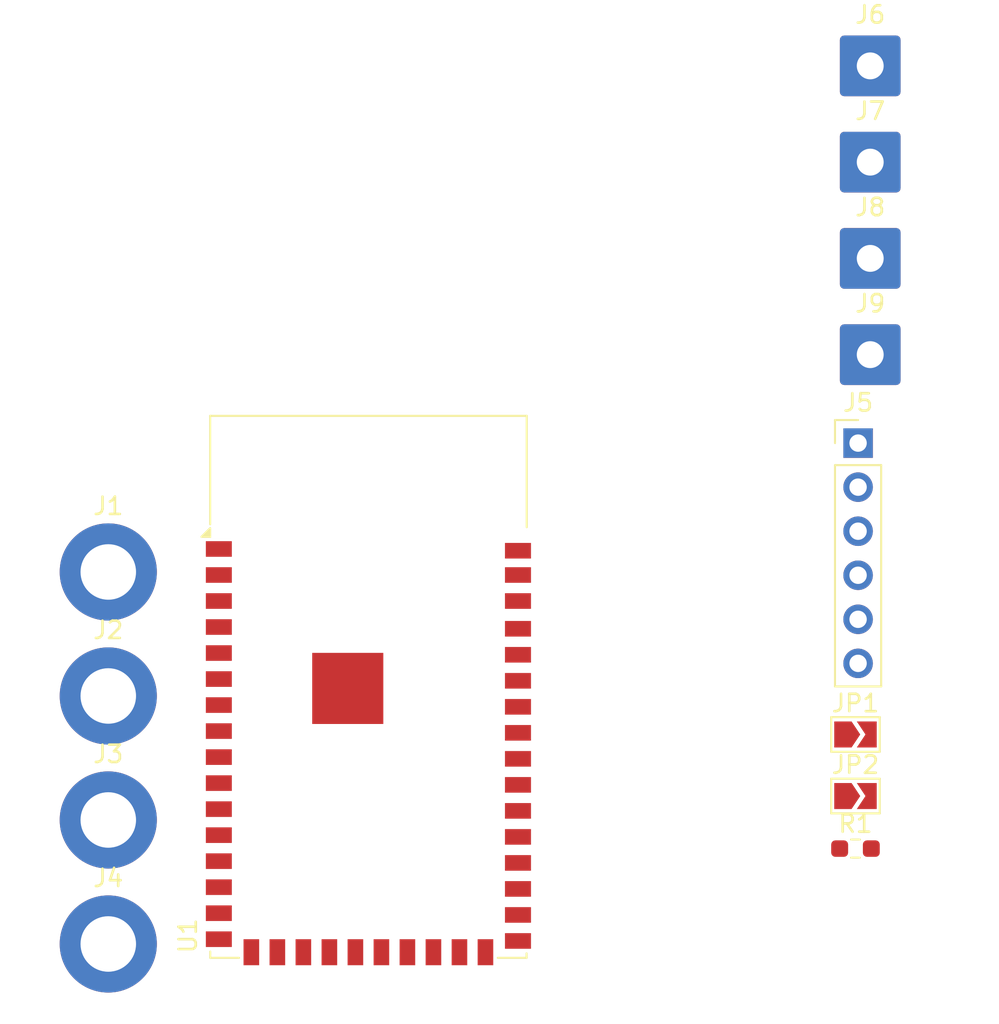
<source format=kicad_pcb>
(kicad_pcb (version 20240108) (generator "pcbnew") (generator_version "8.0")
  (layers (0 "F.Cu" signal) (31 "B.Cu" signal) (34 "B.Paste" user) (35 "F.Paste" user) (36 "B.SilkS" user "B.Silkscreen") (37 "F.SilkS" user "F.Silkscreen") (38 "B.Mask" user) (39 "F.Mask" user) (44 "Edge.Cuts" user))
  (net 0 "")
  (net 1 "Net-(J5-Pin_1)")
  (net 3 "Net-(J5-Pin_4)")
  (net 4 "Net-(J5-Pin_5)")
  (net 7 "Net-(J6-Pin_1)")
  (net 8 "Net-(J8-Pin_1)")
  (net 9 "Net-(JP1-B)")
  (net 10 "Net-(JP2-B)")
  (net 13 "Net-(J1-Pin_1)")
  (net 24 "Net-(J2-Pin_1)")
  (net 25 "Net-(J4-Pin_1)")
  (net 33 "Net-(J3-Pin_1)")
  (footprint "Connector_Wire:SolderWire-0.75sqmm_1x01_D1.25mm_OD3.5mm" (layer "F.Cu") (at 143.9375 57.42)
    (property "Reference" "J7" (at 0 -2.95 0) (layer "F.SilkS"))
    (property "Value" "B1-")
    (pad "1" thru_hole roundrect (at 0 0) (size 3.5 3.5) (drill 1.55) (layers "*.Cu" "*.Mask") (roundrect_rratio 0.071429) (net 1 "Net-(J5-Pin_1)"))
  )
  (footprint "Connector_PinHeader_2.54mm:PinHeader_1x06_P2.54mm_Vertical" (layer "F.Cu") (at 143.2375 73.62)
    (property "Reference" "J5" (at 0 -2.33 0) (layer "F.SilkS"))
    (property "Value" "Conn_01x06_Pin")
    (fp_line (start -1.33 -1.33) (end 0 -1.33) (stroke (width 0.12)) (layer "F.SilkS"))
    (fp_line (start -1.33 0) (end -1.33 -1.33) (stroke (width 0.12)) (layer "F.SilkS"))
    (fp_line (start -1.33 1.27) (end -1.33 14.03) (stroke (width 0.12)) (layer "F.SilkS"))
    (fp_line (start -1.33 1.27) (end 1.33 1.27) (stroke (width 0.12)) (layer "F.SilkS"))
    (fp_line (start -1.33 14.03) (end 1.33 14.03) (stroke (width 0.12)) (layer "F.SilkS"))
    (fp_line (start 1.33 1.27) (end 1.33 14.03) (stroke (width 0.12)) (layer "F.SilkS"))
    (pad "1" thru_hole rect (at 0 0) (size 1.7 1.7) (drill 1) (layers "*.Cu" "*.Mask") (net 1 "Net-(J5-Pin_1)"))
    (pad "2" thru_hole oval (at 0 2.54) (size 1.7 1.7) (drill 1) (layers "*.Cu" "*.Mask"))
    (pad "3" thru_hole oval (at 0 5.08) (size 1.7 1.7) (drill 1) (layers "*.Cu" "*.Mask"))
    (pad "4" thru_hole oval (at 0 7.62) (size 1.7 1.7) (drill 1) (layers "*.Cu" "*.Mask") (net 3 "Net-(J5-Pin_4)"))
    (pad "5" thru_hole oval (at 0 10.16) (size 1.7 1.7) (drill 1) (layers "*.Cu" "*.Mask") (net 4 "Net-(J5-Pin_5)"))
    (pad "6" thru_hole oval (at 0 12.7) (size 1.7 1.7) (drill 1) (layers "*.Cu" "*.Mask"))
  )
  (footprint "MountingHole:MountingHole_3.2mm_M3_DIN965_Pad" (layer "F.Cu") (at 100 102.5)
    (property "Reference" "J4" (at 0 -3.8 0) (layer "F.SilkS"))
    (property "Value" "Conn_01x01_Pin")
    (pad "1" thru_hole circle (at 0 0) (size 5.6 5.6) (drill 3.2) (layers "*.Cu" "*.Mask") (net 25 "Net-(J4-Pin_1)"))
  )
  (footprint "Connector_Wire:SolderWire-0.75sqmm_1x01_D1.25mm_OD3.5mm" (layer "F.Cu") (at 143.9375 51.87)
    (property "Reference" "J6" (at 0 -2.95 0) (layer "F.SilkS"))
    (property "Value" "B2+")
    (pad "1" thru_hole roundrect (at 0 0) (size 3.5 3.5) (drill 1.55) (layers "*.Cu" "*.Mask") (roundrect_rratio 0.071429) (net 7 "Net-(J6-Pin_1)"))
  )
  (footprint "MountingHole:MountingHole_3.2mm_M3_DIN965_Pad" (layer "F.Cu") (at 100 88.2)
    (property "Reference" "J2" (at 0 -3.8 0) (layer "F.SilkS"))
    (property "Value" "Conn_01x01_Pin")
    (pad "1" thru_hole circle (at 0 0) (size 5.6 5.6) (drill 3.2) (layers "*.Cu" "*.Mask") (net 24 "Net-(J2-Pin_1)"))
  )
  (footprint "Jumper:SolderJumper-2_P1.3mm_Open_TrianglePad1.0x1.5mm" (layer "F.Cu") (at 143.0875 90.42)
    (property "Reference" "JP1" (at 0 -1.8 0) (layer "F.SilkS"))
    (property "Value" "SolderJumper_2_Open")
    (fp_line (start -1.4 -1) (end 1.4 -1) (stroke (width 0.12)) (layer "F.SilkS"))
    (fp_line (start -1.4 1) (end -1.4 -1) (stroke (width 0.12)) (layer "F.SilkS"))
    (fp_line (start 1.4 -1) (end 1.4 1) (stroke (width 0.12)) (layer "F.SilkS"))
    (fp_line (start 1.4 1) (end -1.4 1) (stroke (width 0.12)) (layer "F.SilkS"))
    (pad "1" smd custom (at -0.725 0) (size 0.3 0.3) (layers "F.Cu" "F.Mask") (net 1 "Net-(J5-Pin_1)") (options (clearance outline) (anchor rect)) (primitives (gr_poly (pts (xy 1 0) (xy 0.5 0.75) (xy -0.5 0.75) (xy -0.5 -0.75) (xy 0.5 -0.75)) (width 0) (fill yes))))
    (pad "2" smd custom (at 0.725 0) (size 0.3 0.3) (layers "F.Cu" "F.Mask") (net 9 "Net-(JP1-B)") (options (clearance outline) (anchor rect)) (primitives (gr_poly (pts (xy 0.5 0.75) (xy -0.65 0.75) (xy -0.15 0) (xy -0.65 -0.75) (xy 0.5 -0.75)) (width 0) (fill yes))))
  )
  (footprint "MountingHole:MountingHole_3.2mm_M3_DIN965_Pad" (layer "F.Cu") (at 100 81.05)
    (property "Reference" "J1" (at 0 -3.8 0) (layer "F.SilkS"))
    (property "Value" "Conn_01x01_Pin")
    (pad "1" thru_hole circle (at 0 0) (size 5.6 5.6) (drill 3.2) (layers "*.Cu" "*.Mask") (net 13 "Net-(J1-Pin_1)"))
  )
  (footprint "Resistor_SMD:R_0603_1608Metric_Pad0.98x0.95mm_HandSolder" (layer "F.Cu") (at 143.0875 97)
    (property "Reference" "R1" (at 0 -1.43 0) (layer "F.SilkS"))
    (property "Value" "R")
    (fp_line (start -0.254724 -0.5225) (end 0.254724 -0.5225) (stroke (width 0.12)) (layer "F.SilkS"))
    (fp_line (start -0.254724 0.5225) (end 0.254724 0.5225) (stroke (width 0.12)) (layer "F.SilkS"))
    (pad "1" smd roundrect (at -0.9125 0) (size 0.975 0.95) (layers "F.Cu" "F.Paste" "F.Mask") (net 7 "Net-(J6-Pin_1)"))
    (pad "2" smd roundrect (at 0.9125 0) (size 0.975 0.95) (layers "F.Cu" "F.Paste" "F.Mask") (net 10 "Net-(JP2-B)"))
  )
  (footprint "Connector_Wire:SolderWire-0.75sqmm_1x01_D1.25mm_OD3.5mm" (layer "F.Cu") (at 143.9375 62.97)
    (property "Reference" "J8" (at 0 -2.95 0) (layer "F.SilkS"))
    (property "Value" "B1+")
    (pad "1" thru_hole roundrect (at 0 0) (size 3.5 3.5) (drill 1.55) (layers "*.Cu" "*.Mask") (roundrect_rratio 0.071429) (net 8 "Net-(J8-Pin_1)"))
  )
  (footprint "Connector_Wire:SolderWire-0.75sqmm_1x01_D1.25mm_OD3.5mm" (layer "F.Cu") (at 143.9375 68.52)
    (property "Reference" "J9" (at 0 -2.95 0) (layer "F.SilkS"))
    (property "Value" "B2-")
    (pad "1" thru_hole roundrect (at 0 0) (size 3.5 3.5) (drill 1.55) (layers "*.Cu" "*.Mask") (roundrect_rratio 0.071429) (net 8 "Net-(J8-Pin_1)"))
  )
  (footprint "RF_Module:ESP32-S2-WROVER" (layer "F.Cu") (at 115 91.5)
    (property "Reference" "U1" (at -10.41 10.53 90) (layer "F.SilkS"))
    (property "Value" "ESP32-S2-WROVER")
    (fp_line (start -9.125 -19.45) (end 9.13 -19.45) (stroke (width 0.12)) (layer "F.SilkS"))
    (fp_line (start -9.125 -13.2) (end -9.125 -19.45) (stroke (width 0.12)) (layer "F.SilkS"))
    (fp_line (start -9.12 11.44) (end -9.12 11.8) (stroke (width 0.12)) (layer "F.SilkS"))
    (fp_line (start -9.12 11.8) (end -7.46 11.8) (stroke (width 0.12)) (layer "F.SilkS"))
    (fp_line (start 9.12 11.54) (end 9.12 11.8) (stroke (width 0.12)) (layer "F.SilkS"))
    (fp_line (start 9.12 11.8) (end 7.46 11.8) (stroke (width 0.12)) (layer "F.SilkS"))
    (fp_line (start 9.13 -13.03) (end 9.13 -19.45) (stroke (width 0.12)) (layer "F.SilkS"))
    (fp_poly (pts (xy -9.125 -12.475) (xy -9.625 -12.475) (xy -9.125 -12.975) (xy -9.125 -12.475)) (stroke (width 0.12)) (fill solid) (layer "F.SilkS"))
    (pad "1" smd rect (at -8.625 -11.775) (size 1.5 0.9) (layers "F.Cu" "F.Paste" "F.Mask") (net 1 "Net-(J5-Pin_1)"))
    (pad "2" smd rect (at -8.625 -10.275) (size 1.5 0.9) (layers "F.Cu" "F.Paste" "F.Mask") (net 7 "Net-(J6-Pin_1)"))
    (pad "3" smd rect (at -8.625 -8.775) (size 1.5 0.9) (layers "F.Cu" "F.Paste" "F.Mask") (net 9 "Net-(JP1-B)"))
    (pad "4" smd rect (at -8.625 -7.275) (size 1.5 0.9) (layers "F.Cu" "F.Paste" "F.Mask") (net 13 "Net-(J1-Pin_1)"))
    (pad "5" smd rect (at -8.625 -5.775) (size 1.5 0.9) (layers "F.Cu" "F.Paste" "F.Mask") (net 13 "Net-(J1-Pin_1)"))
    (pad "6" smd rect (at -8.625 -4.275) (size 1.5 0.9) (layers "F.Cu" "F.Paste" "F.Mask") (net 13 "Net-(J1-Pin_1)"))
    (pad "7" smd rect (at -8.625 -2.775) (size 1.5 0.9) (layers "F.Cu" "F.Paste" "F.Mask") (net 24 "Net-(J2-Pin_1)"))
    (pad "8" smd rect (at -8.625 -1.275) (size 1.5 0.9) (layers "F.Cu" "F.Paste" "F.Mask") (net 24 "Net-(J2-Pin_1)"))
    (pad "9" smd rect (at -8.625 0.225) (size 1.5 0.9) (layers "F.Cu" "F.Paste" "F.Mask") (net 24 "Net-(J2-Pin_1)"))
    (pad "10" smd rect (at -8.625 1.725) (size 1.5 0.9) (layers "F.Cu" "F.Paste" "F.Mask") (net 33 "Net-(J3-Pin_1)"))
    (pad "11" smd rect (at -8.625 3.225) (size 1.5 0.9) (layers "F.Cu" "F.Paste" "F.Mask") (net 33 "Net-(J3-Pin_1)"))
    (pad "12" smd rect (at -8.625 4.725) (size 1.5 0.9) (layers "F.Cu" "F.Paste" "F.Mask") (net 33 "Net-(J3-Pin_1)"))
    (pad "13" smd rect (at -8.625 6.225) (size 1.5 0.9) (layers "F.Cu" "F.Paste" "F.Mask") (net 25 "Net-(J4-Pin_1)"))
    (pad "14" smd rect (at -8.625 7.725) (size 1.5 0.9) (layers "F.Cu" "F.Paste" "F.Mask") (net 25 "Net-(J4-Pin_1)"))
    (pad "15" smd rect (at -8.625 9.225 180) (size 1.5 0.9) (layers "F.Cu" "F.Paste" "F.Mask") (net 25 "Net-(J4-Pin_1)"))
    (pad "16" smd rect (at -8.625 10.725 180) (size 1.5 0.9) (layers "F.Cu" "F.Paste" "F.Mask"))
    (pad "17" smd rect (at -6.75 11.475) (size 0.9 1.5) (layers "F.Cu" "F.Paste" "F.Mask"))
    (pad "18" smd rect (at -5.25 11.475) (size 0.9 1.5) (layers "F.Cu" "F.Paste" "F.Mask"))
    (pad "19" smd rect (at -3.75 11.475) (size 0.9 1.5) (layers "F.Cu" "F.Paste" "F.Mask"))
    (pad "20" smd rect (at -2.25 11.475) (size 0.9 1.5) (layers "F.Cu" "F.Paste" "F.Mask"))
    (pad "21" smd rect (at -0.75 11.475) (size 0.9 1.5) (layers "F.Cu" "F.Paste" "F.Mask"))
    (pad "22" smd rect (at 0.75 11.475) (size 0.9 1.5) (layers "F.Cu" "F.Paste" "F.Mask"))
    (pad "23" smd rect (at 2.25 11.475) (size 0.9 1.5) (layers "F.Cu" "F.Paste" "F.Mask"))
    (pad "24" smd rect (at 3.75 11.475) (size 0.9 1.5) (layers "F.Cu" "F.Paste" "F.Mask"))
    (pad "25" smd rect (at 5.25 11.475) (size 0.9 1.5) (layers "F.Cu" "F.Paste" "F.Mask"))
    (pad "26" smd rect (at 6.75 11.475) (size 0.9 1.5) (layers "F.Cu" "F.Paste" "F.Mask") (net 1 "Net-(J5-Pin_1)"))
    (pad "27" smd rect (at 8.625 10.825) (size 1.5 0.9) (layers "F.Cu" "F.Paste" "F.Mask"))
    (pad "28" smd rect (at 8.625 9.325) (size 1.5 0.9) (layers "F.Cu" "F.Paste" "F.Mask"))
    (pad "29" smd rect (at 8.625 7.825) (size 1.5 0.9) (layers "F.Cu" "F.Paste" "F.Mask"))
    (pad "30" smd rect (at 8.625 6.325) (size 1.5 0.9) (layers "F.Cu" "F.Paste" "F.Mask"))
    (pad "31" smd rect (at 8.625 4.825) (size 1.5 0.9) (layers "F.Cu" "F.Paste" "F.Mask"))
    (pad "32" smd rect (at 8.625 3.325) (size 1.5 0.9) (layers "F.Cu" "F.Paste" "F.Mask"))
    (pad "33" smd rect (at 8.625 1.825) (size 1.5 0.9) (layers "F.Cu" "F.Paste" "F.Mask"))
    (pad "34" smd rect (at 8.625 0.325) (size 1.5 0.9) (layers "F.Cu" "F.Paste" "F.Mask"))
    (pad "35" smd rect (at 8.625 -1.175) (size 1.5 0.9) (layers "F.Cu" "F.Paste" "F.Mask"))
    (pad "36" smd rect (at 8.625 -2.675) (size 1.5 0.9) (layers "F.Cu" "F.Paste" "F.Mask"))
    (pad "37" smd rect (at 8.625 -4.175) (size 1.5 0.9) (layers "F.Cu" "F.Paste" "F.Mask") (net 4 "Net-(J5-Pin_5)"))
    (pad "38" smd rect (at 8.625 -5.675) (size 1.5 0.9) (layers "F.Cu" "F.Paste" "F.Mask") (net 3 "Net-(J5-Pin_4)"))
    (pad "39" smd rect (at 8.625 -7.175) (size 1.5 0.9) (layers "F.Cu" "F.Paste" "F.Mask"))
    (pad "40" smd rect (at 8.625 -8.775) (size 1.5 0.9) (layers "F.Cu" "F.Paste" "F.Mask"))
    (pad "41" smd rect (at 8.625 -10.275) (size 1.5 0.9) (layers "F.Cu" "F.Paste" "F.Mask") (net 10 "Net-(JP2-B)"))
    (pad "42" smd rect (at 8.625 -11.675) (size 1.5 0.9) (layers "F.Cu" "F.Paste" "F.Mask") (net 1 "Net-(J5-Pin_1)"))
    (pad "43" smd rect (at -1.19 -3.735) (size 4.1 4.1) (layers "F.Cu" "F.Paste" "F.Mask") (net 1 "Net-(J5-Pin_1)"))
  )
  (footprint "MountingHole:MountingHole_3.2mm_M3_DIN965_Pad" (layer "F.Cu") (at 100 95.35)
    (property "Reference" "J3" (at 0 -3.8 0) (layer "F.SilkS"))
    (property "Value" "Conn_01x01_Pin")
    (pad "1" thru_hole circle (at 0 0) (size 5.6 5.6) (drill 3.2) (layers "*.Cu" "*.Mask") (net 33 "Net-(J3-Pin_1)"))
  )
  (footprint "Jumper:SolderJumper-2_P1.3mm_Open_TrianglePad1.0x1.5mm" (layer "F.Cu") (at 143.0875 93.97)
    (property "Reference" "JP2" (at 0 -1.8 0) (layer "F.SilkS"))
    (property "Value" "SolderJumper_2_Open")
    (fp_line (start -1.4 -1) (end 1.4 -1) (stroke (width 0.12)) (layer "F.SilkS"))
    (fp_line (start -1.4 1) (end -1.4 -1) (stroke (width 0.12)) (layer "F.SilkS"))
    (fp_line (start 1.4 -1) (end 1.4 1) (stroke (width 0.12)) (layer "F.SilkS"))
    (fp_line (start 1.4 1) (end -1.4 1) (stroke (width 0.12)) (layer "F.SilkS"))
    (pad "1" smd custom (at -0.725 0) (size 0.3 0.3) (layers "F.Cu" "F.Mask") (net 1 "Net-(J5-Pin_1)") (options (clearance outline) (anchor rect)) (primitives (gr_poly (pts (xy 1 0) (xy 0.5 0.75) (xy -0.5 0.75) (xy -0.5 -0.75) (xy 0.5 -0.75)) (width 0) (fill yes))))
    (pad "2" smd custom (at 0.725 0) (size 0.3 0.3) (layers "F.Cu" "F.Mask") (net 10 "Net-(JP2-B)") (options (clearance outline) (anchor rect)) (primitives (gr_poly (pts (xy 0.5 0.75) (xy -0.65 0.75) (xy -0.15 0) (xy -0.65 -0.75) (xy 0.5 -0.75)) (width 0) (fill yes))))
  )
)
</source>
